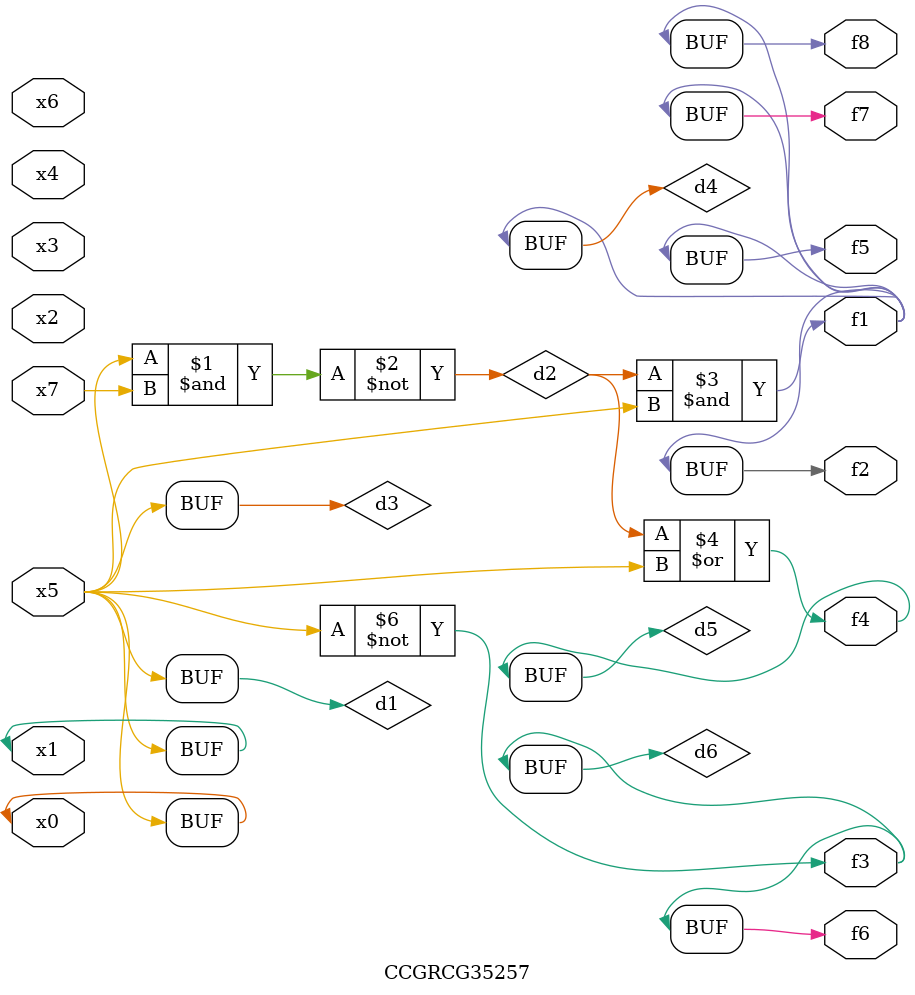
<source format=v>
module CCGRCG35257(
	input x0, x1, x2, x3, x4, x5, x6, x7,
	output f1, f2, f3, f4, f5, f6, f7, f8
);

	wire d1, d2, d3, d4, d5, d6;

	buf (d1, x0, x5);
	nand (d2, x5, x7);
	buf (d3, x0, x1);
	and (d4, d2, d3);
	or (d5, d2, d3);
	nor (d6, d1, d3);
	assign f1 = d4;
	assign f2 = d4;
	assign f3 = d6;
	assign f4 = d5;
	assign f5 = d4;
	assign f6 = d6;
	assign f7 = d4;
	assign f8 = d4;
endmodule

</source>
